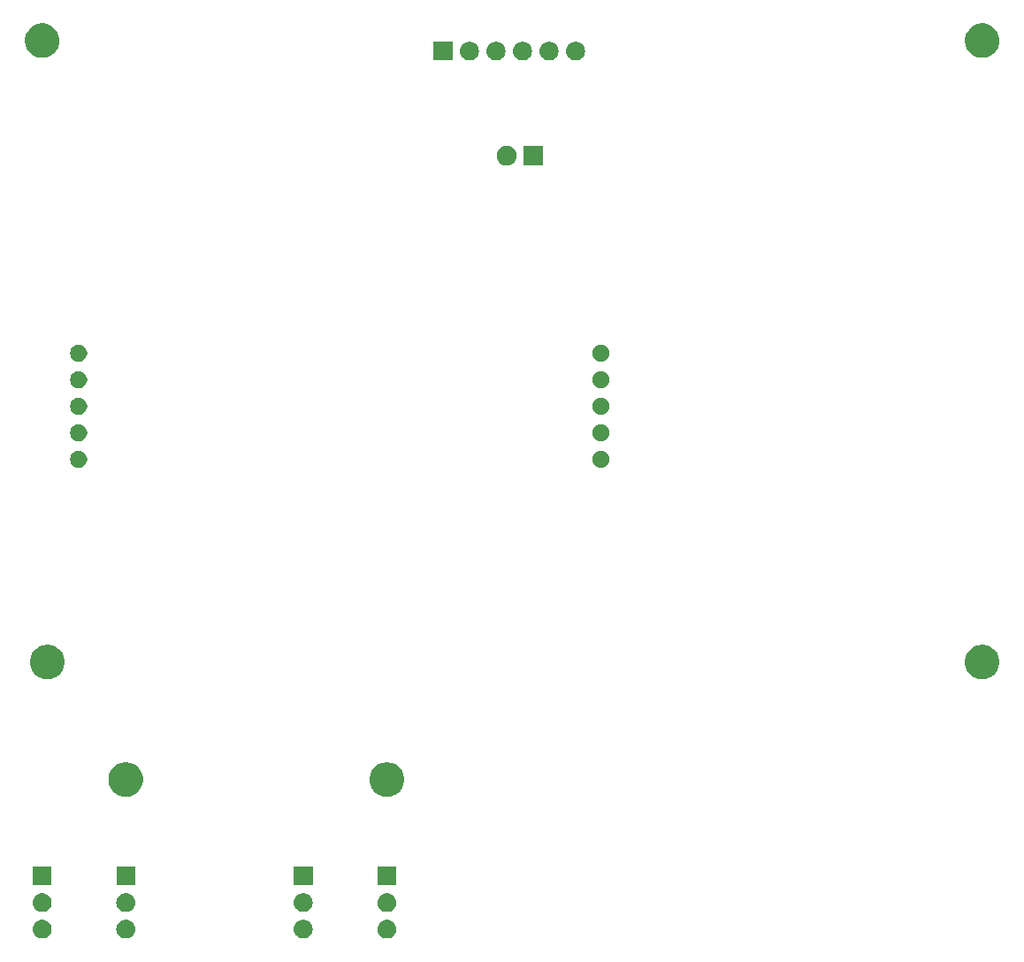
<source format=gts>
G04 #@! TF.GenerationSoftware,KiCad,Pcbnew,(5.0.2)-1*
G04 #@! TF.CreationDate,2021-07-10T13:52:13-04:00*
G04 #@! TF.ProjectId,breakout,62726561-6b6f-4757-942e-6b696361645f,rev?*
G04 #@! TF.SameCoordinates,Original*
G04 #@! TF.FileFunction,Soldermask,Top*
G04 #@! TF.FilePolarity,Negative*
%FSLAX46Y46*%
G04 Gerber Fmt 4.6, Leading zero omitted, Abs format (unit mm)*
G04 Created by KiCad (PCBNEW (5.0.2)-1) date 10-Jul-21 1:52:13 PM*
%MOMM*%
%LPD*%
G01*
G04 APERTURE LIST*
%ADD10C,0.100000*%
G04 APERTURE END LIST*
D10*
G36*
X133110443Y-124185519D02*
X133176627Y-124192037D01*
X133289853Y-124226384D01*
X133346467Y-124243557D01*
X133485087Y-124317652D01*
X133502991Y-124327222D01*
X133538729Y-124356552D01*
X133640186Y-124439814D01*
X133723448Y-124541271D01*
X133752778Y-124577009D01*
X133752779Y-124577011D01*
X133836443Y-124733533D01*
X133836443Y-124733534D01*
X133887963Y-124903373D01*
X133905359Y-125080000D01*
X133887963Y-125256627D01*
X133853616Y-125369853D01*
X133836443Y-125426467D01*
X133762348Y-125565087D01*
X133752778Y-125582991D01*
X133723448Y-125618729D01*
X133640186Y-125720186D01*
X133538729Y-125803448D01*
X133502991Y-125832778D01*
X133502989Y-125832779D01*
X133346467Y-125916443D01*
X133289853Y-125933616D01*
X133176627Y-125967963D01*
X133110443Y-125974481D01*
X133044260Y-125981000D01*
X132955740Y-125981000D01*
X132889557Y-125974481D01*
X132823373Y-125967963D01*
X132710147Y-125933616D01*
X132653533Y-125916443D01*
X132497011Y-125832779D01*
X132497009Y-125832778D01*
X132461271Y-125803448D01*
X132359814Y-125720186D01*
X132276552Y-125618729D01*
X132247222Y-125582991D01*
X132237652Y-125565087D01*
X132163557Y-125426467D01*
X132146384Y-125369853D01*
X132112037Y-125256627D01*
X132094641Y-125080000D01*
X132112037Y-124903373D01*
X132163557Y-124733534D01*
X132163557Y-124733533D01*
X132247221Y-124577011D01*
X132247222Y-124577009D01*
X132276552Y-124541271D01*
X132359814Y-124439814D01*
X132461271Y-124356552D01*
X132497009Y-124327222D01*
X132514913Y-124317652D01*
X132653533Y-124243557D01*
X132710147Y-124226384D01*
X132823373Y-124192037D01*
X132889557Y-124185519D01*
X132955740Y-124179000D01*
X133044260Y-124179000D01*
X133110443Y-124185519D01*
X133110443Y-124185519D01*
G37*
G36*
X125110443Y-124185519D02*
X125176627Y-124192037D01*
X125289853Y-124226384D01*
X125346467Y-124243557D01*
X125485087Y-124317652D01*
X125502991Y-124327222D01*
X125538729Y-124356552D01*
X125640186Y-124439814D01*
X125723448Y-124541271D01*
X125752778Y-124577009D01*
X125752779Y-124577011D01*
X125836443Y-124733533D01*
X125836443Y-124733534D01*
X125887963Y-124903373D01*
X125905359Y-125080000D01*
X125887963Y-125256627D01*
X125853616Y-125369853D01*
X125836443Y-125426467D01*
X125762348Y-125565087D01*
X125752778Y-125582991D01*
X125723448Y-125618729D01*
X125640186Y-125720186D01*
X125538729Y-125803448D01*
X125502991Y-125832778D01*
X125502989Y-125832779D01*
X125346467Y-125916443D01*
X125289853Y-125933616D01*
X125176627Y-125967963D01*
X125110443Y-125974481D01*
X125044260Y-125981000D01*
X124955740Y-125981000D01*
X124889557Y-125974481D01*
X124823373Y-125967963D01*
X124710147Y-125933616D01*
X124653533Y-125916443D01*
X124497011Y-125832779D01*
X124497009Y-125832778D01*
X124461271Y-125803448D01*
X124359814Y-125720186D01*
X124276552Y-125618729D01*
X124247222Y-125582991D01*
X124237652Y-125565087D01*
X124163557Y-125426467D01*
X124146384Y-125369853D01*
X124112037Y-125256627D01*
X124094641Y-125080000D01*
X124112037Y-124903373D01*
X124163557Y-124733534D01*
X124163557Y-124733533D01*
X124247221Y-124577011D01*
X124247222Y-124577009D01*
X124276552Y-124541271D01*
X124359814Y-124439814D01*
X124461271Y-124356552D01*
X124497009Y-124327222D01*
X124514913Y-124317652D01*
X124653533Y-124243557D01*
X124710147Y-124226384D01*
X124823373Y-124192037D01*
X124889557Y-124185519D01*
X124955740Y-124179000D01*
X125044260Y-124179000D01*
X125110443Y-124185519D01*
X125110443Y-124185519D01*
G37*
G36*
X100110443Y-124185519D02*
X100176627Y-124192037D01*
X100289853Y-124226384D01*
X100346467Y-124243557D01*
X100485087Y-124317652D01*
X100502991Y-124327222D01*
X100538729Y-124356552D01*
X100640186Y-124439814D01*
X100723448Y-124541271D01*
X100752778Y-124577009D01*
X100752779Y-124577011D01*
X100836443Y-124733533D01*
X100836443Y-124733534D01*
X100887963Y-124903373D01*
X100905359Y-125080000D01*
X100887963Y-125256627D01*
X100853616Y-125369853D01*
X100836443Y-125426467D01*
X100762348Y-125565087D01*
X100752778Y-125582991D01*
X100723448Y-125618729D01*
X100640186Y-125720186D01*
X100538729Y-125803448D01*
X100502991Y-125832778D01*
X100502989Y-125832779D01*
X100346467Y-125916443D01*
X100289853Y-125933616D01*
X100176627Y-125967963D01*
X100110443Y-125974481D01*
X100044260Y-125981000D01*
X99955740Y-125981000D01*
X99889557Y-125974481D01*
X99823373Y-125967963D01*
X99710147Y-125933616D01*
X99653533Y-125916443D01*
X99497011Y-125832779D01*
X99497009Y-125832778D01*
X99461271Y-125803448D01*
X99359814Y-125720186D01*
X99276552Y-125618729D01*
X99247222Y-125582991D01*
X99237652Y-125565087D01*
X99163557Y-125426467D01*
X99146384Y-125369853D01*
X99112037Y-125256627D01*
X99094641Y-125080000D01*
X99112037Y-124903373D01*
X99163557Y-124733534D01*
X99163557Y-124733533D01*
X99247221Y-124577011D01*
X99247222Y-124577009D01*
X99276552Y-124541271D01*
X99359814Y-124439814D01*
X99461271Y-124356552D01*
X99497009Y-124327222D01*
X99514913Y-124317652D01*
X99653533Y-124243557D01*
X99710147Y-124226384D01*
X99823373Y-124192037D01*
X99889557Y-124185519D01*
X99955740Y-124179000D01*
X100044260Y-124179000D01*
X100110443Y-124185519D01*
X100110443Y-124185519D01*
G37*
G36*
X108110443Y-124185519D02*
X108176627Y-124192037D01*
X108289853Y-124226384D01*
X108346467Y-124243557D01*
X108485087Y-124317652D01*
X108502991Y-124327222D01*
X108538729Y-124356552D01*
X108640186Y-124439814D01*
X108723448Y-124541271D01*
X108752778Y-124577009D01*
X108752779Y-124577011D01*
X108836443Y-124733533D01*
X108836443Y-124733534D01*
X108887963Y-124903373D01*
X108905359Y-125080000D01*
X108887963Y-125256627D01*
X108853616Y-125369853D01*
X108836443Y-125426467D01*
X108762348Y-125565087D01*
X108752778Y-125582991D01*
X108723448Y-125618729D01*
X108640186Y-125720186D01*
X108538729Y-125803448D01*
X108502991Y-125832778D01*
X108502989Y-125832779D01*
X108346467Y-125916443D01*
X108289853Y-125933616D01*
X108176627Y-125967963D01*
X108110443Y-125974481D01*
X108044260Y-125981000D01*
X107955740Y-125981000D01*
X107889557Y-125974481D01*
X107823373Y-125967963D01*
X107710147Y-125933616D01*
X107653533Y-125916443D01*
X107497011Y-125832779D01*
X107497009Y-125832778D01*
X107461271Y-125803448D01*
X107359814Y-125720186D01*
X107276552Y-125618729D01*
X107247222Y-125582991D01*
X107237652Y-125565087D01*
X107163557Y-125426467D01*
X107146384Y-125369853D01*
X107112037Y-125256627D01*
X107094641Y-125080000D01*
X107112037Y-124903373D01*
X107163557Y-124733534D01*
X107163557Y-124733533D01*
X107247221Y-124577011D01*
X107247222Y-124577009D01*
X107276552Y-124541271D01*
X107359814Y-124439814D01*
X107461271Y-124356552D01*
X107497009Y-124327222D01*
X107514913Y-124317652D01*
X107653533Y-124243557D01*
X107710147Y-124226384D01*
X107823373Y-124192037D01*
X107889557Y-124185519D01*
X107955740Y-124179000D01*
X108044260Y-124179000D01*
X108110443Y-124185519D01*
X108110443Y-124185519D01*
G37*
G36*
X100110442Y-121645518D02*
X100176627Y-121652037D01*
X100289853Y-121686384D01*
X100346467Y-121703557D01*
X100485087Y-121777652D01*
X100502991Y-121787222D01*
X100538729Y-121816552D01*
X100640186Y-121899814D01*
X100723448Y-122001271D01*
X100752778Y-122037009D01*
X100752779Y-122037011D01*
X100836443Y-122193533D01*
X100836443Y-122193534D01*
X100887963Y-122363373D01*
X100905359Y-122540000D01*
X100887963Y-122716627D01*
X100853616Y-122829853D01*
X100836443Y-122886467D01*
X100762348Y-123025087D01*
X100752778Y-123042991D01*
X100723448Y-123078729D01*
X100640186Y-123180186D01*
X100538729Y-123263448D01*
X100502991Y-123292778D01*
X100502989Y-123292779D01*
X100346467Y-123376443D01*
X100289853Y-123393616D01*
X100176627Y-123427963D01*
X100110442Y-123434482D01*
X100044260Y-123441000D01*
X99955740Y-123441000D01*
X99889558Y-123434482D01*
X99823373Y-123427963D01*
X99710147Y-123393616D01*
X99653533Y-123376443D01*
X99497011Y-123292779D01*
X99497009Y-123292778D01*
X99461271Y-123263448D01*
X99359814Y-123180186D01*
X99276552Y-123078729D01*
X99247222Y-123042991D01*
X99237652Y-123025087D01*
X99163557Y-122886467D01*
X99146384Y-122829853D01*
X99112037Y-122716627D01*
X99094641Y-122540000D01*
X99112037Y-122363373D01*
X99163557Y-122193534D01*
X99163557Y-122193533D01*
X99247221Y-122037011D01*
X99247222Y-122037009D01*
X99276552Y-122001271D01*
X99359814Y-121899814D01*
X99461271Y-121816552D01*
X99497009Y-121787222D01*
X99514913Y-121777652D01*
X99653533Y-121703557D01*
X99710147Y-121686384D01*
X99823373Y-121652037D01*
X99889558Y-121645518D01*
X99955740Y-121639000D01*
X100044260Y-121639000D01*
X100110442Y-121645518D01*
X100110442Y-121645518D01*
G37*
G36*
X125110442Y-121645518D02*
X125176627Y-121652037D01*
X125289853Y-121686384D01*
X125346467Y-121703557D01*
X125485087Y-121777652D01*
X125502991Y-121787222D01*
X125538729Y-121816552D01*
X125640186Y-121899814D01*
X125723448Y-122001271D01*
X125752778Y-122037009D01*
X125752779Y-122037011D01*
X125836443Y-122193533D01*
X125836443Y-122193534D01*
X125887963Y-122363373D01*
X125905359Y-122540000D01*
X125887963Y-122716627D01*
X125853616Y-122829853D01*
X125836443Y-122886467D01*
X125762348Y-123025087D01*
X125752778Y-123042991D01*
X125723448Y-123078729D01*
X125640186Y-123180186D01*
X125538729Y-123263448D01*
X125502991Y-123292778D01*
X125502989Y-123292779D01*
X125346467Y-123376443D01*
X125289853Y-123393616D01*
X125176627Y-123427963D01*
X125110442Y-123434482D01*
X125044260Y-123441000D01*
X124955740Y-123441000D01*
X124889558Y-123434482D01*
X124823373Y-123427963D01*
X124710147Y-123393616D01*
X124653533Y-123376443D01*
X124497011Y-123292779D01*
X124497009Y-123292778D01*
X124461271Y-123263448D01*
X124359814Y-123180186D01*
X124276552Y-123078729D01*
X124247222Y-123042991D01*
X124237652Y-123025087D01*
X124163557Y-122886467D01*
X124146384Y-122829853D01*
X124112037Y-122716627D01*
X124094641Y-122540000D01*
X124112037Y-122363373D01*
X124163557Y-122193534D01*
X124163557Y-122193533D01*
X124247221Y-122037011D01*
X124247222Y-122037009D01*
X124276552Y-122001271D01*
X124359814Y-121899814D01*
X124461271Y-121816552D01*
X124497009Y-121787222D01*
X124514913Y-121777652D01*
X124653533Y-121703557D01*
X124710147Y-121686384D01*
X124823373Y-121652037D01*
X124889558Y-121645518D01*
X124955740Y-121639000D01*
X125044260Y-121639000D01*
X125110442Y-121645518D01*
X125110442Y-121645518D01*
G37*
G36*
X133110442Y-121645518D02*
X133176627Y-121652037D01*
X133289853Y-121686384D01*
X133346467Y-121703557D01*
X133485087Y-121777652D01*
X133502991Y-121787222D01*
X133538729Y-121816552D01*
X133640186Y-121899814D01*
X133723448Y-122001271D01*
X133752778Y-122037009D01*
X133752779Y-122037011D01*
X133836443Y-122193533D01*
X133836443Y-122193534D01*
X133887963Y-122363373D01*
X133905359Y-122540000D01*
X133887963Y-122716627D01*
X133853616Y-122829853D01*
X133836443Y-122886467D01*
X133762348Y-123025087D01*
X133752778Y-123042991D01*
X133723448Y-123078729D01*
X133640186Y-123180186D01*
X133538729Y-123263448D01*
X133502991Y-123292778D01*
X133502989Y-123292779D01*
X133346467Y-123376443D01*
X133289853Y-123393616D01*
X133176627Y-123427963D01*
X133110442Y-123434482D01*
X133044260Y-123441000D01*
X132955740Y-123441000D01*
X132889558Y-123434482D01*
X132823373Y-123427963D01*
X132710147Y-123393616D01*
X132653533Y-123376443D01*
X132497011Y-123292779D01*
X132497009Y-123292778D01*
X132461271Y-123263448D01*
X132359814Y-123180186D01*
X132276552Y-123078729D01*
X132247222Y-123042991D01*
X132237652Y-123025087D01*
X132163557Y-122886467D01*
X132146384Y-122829853D01*
X132112037Y-122716627D01*
X132094641Y-122540000D01*
X132112037Y-122363373D01*
X132163557Y-122193534D01*
X132163557Y-122193533D01*
X132247221Y-122037011D01*
X132247222Y-122037009D01*
X132276552Y-122001271D01*
X132359814Y-121899814D01*
X132461271Y-121816552D01*
X132497009Y-121787222D01*
X132514913Y-121777652D01*
X132653533Y-121703557D01*
X132710147Y-121686384D01*
X132823373Y-121652037D01*
X132889558Y-121645518D01*
X132955740Y-121639000D01*
X133044260Y-121639000D01*
X133110442Y-121645518D01*
X133110442Y-121645518D01*
G37*
G36*
X108110442Y-121645518D02*
X108176627Y-121652037D01*
X108289853Y-121686384D01*
X108346467Y-121703557D01*
X108485087Y-121777652D01*
X108502991Y-121787222D01*
X108538729Y-121816552D01*
X108640186Y-121899814D01*
X108723448Y-122001271D01*
X108752778Y-122037009D01*
X108752779Y-122037011D01*
X108836443Y-122193533D01*
X108836443Y-122193534D01*
X108887963Y-122363373D01*
X108905359Y-122540000D01*
X108887963Y-122716627D01*
X108853616Y-122829853D01*
X108836443Y-122886467D01*
X108762348Y-123025087D01*
X108752778Y-123042991D01*
X108723448Y-123078729D01*
X108640186Y-123180186D01*
X108538729Y-123263448D01*
X108502991Y-123292778D01*
X108502989Y-123292779D01*
X108346467Y-123376443D01*
X108289853Y-123393616D01*
X108176627Y-123427963D01*
X108110442Y-123434482D01*
X108044260Y-123441000D01*
X107955740Y-123441000D01*
X107889558Y-123434482D01*
X107823373Y-123427963D01*
X107710147Y-123393616D01*
X107653533Y-123376443D01*
X107497011Y-123292779D01*
X107497009Y-123292778D01*
X107461271Y-123263448D01*
X107359814Y-123180186D01*
X107276552Y-123078729D01*
X107247222Y-123042991D01*
X107237652Y-123025087D01*
X107163557Y-122886467D01*
X107146384Y-122829853D01*
X107112037Y-122716627D01*
X107094641Y-122540000D01*
X107112037Y-122363373D01*
X107163557Y-122193534D01*
X107163557Y-122193533D01*
X107247221Y-122037011D01*
X107247222Y-122037009D01*
X107276552Y-122001271D01*
X107359814Y-121899814D01*
X107461271Y-121816552D01*
X107497009Y-121787222D01*
X107514913Y-121777652D01*
X107653533Y-121703557D01*
X107710147Y-121686384D01*
X107823373Y-121652037D01*
X107889558Y-121645518D01*
X107955740Y-121639000D01*
X108044260Y-121639000D01*
X108110442Y-121645518D01*
X108110442Y-121645518D01*
G37*
G36*
X100901000Y-120901000D02*
X99099000Y-120901000D01*
X99099000Y-119099000D01*
X100901000Y-119099000D01*
X100901000Y-120901000D01*
X100901000Y-120901000D01*
G37*
G36*
X108901000Y-120901000D02*
X107099000Y-120901000D01*
X107099000Y-119099000D01*
X108901000Y-119099000D01*
X108901000Y-120901000D01*
X108901000Y-120901000D01*
G37*
G36*
X133901000Y-120901000D02*
X132099000Y-120901000D01*
X132099000Y-119099000D01*
X133901000Y-119099000D01*
X133901000Y-120901000D01*
X133901000Y-120901000D01*
G37*
G36*
X125901000Y-120901000D02*
X124099000Y-120901000D01*
X124099000Y-119099000D01*
X125901000Y-119099000D01*
X125901000Y-120901000D01*
X125901000Y-120901000D01*
G37*
G36*
X108375256Y-109141298D02*
X108481579Y-109162447D01*
X108782042Y-109286903D01*
X109048852Y-109465180D01*
X109052454Y-109467587D01*
X109282413Y-109697546D01*
X109463098Y-109967960D01*
X109587553Y-110268422D01*
X109651000Y-110587389D01*
X109651000Y-110912611D01*
X109587553Y-111231578D01*
X109463098Y-111532040D01*
X109282413Y-111802454D01*
X109052454Y-112032413D01*
X109052451Y-112032415D01*
X108782042Y-112213097D01*
X108481579Y-112337553D01*
X108375256Y-112358702D01*
X108162611Y-112401000D01*
X107837389Y-112401000D01*
X107624744Y-112358702D01*
X107518421Y-112337553D01*
X107217958Y-112213097D01*
X106947549Y-112032415D01*
X106947546Y-112032413D01*
X106717587Y-111802454D01*
X106536902Y-111532040D01*
X106412447Y-111231578D01*
X106349000Y-110912611D01*
X106349000Y-110587389D01*
X106412447Y-110268422D01*
X106536902Y-109967960D01*
X106717587Y-109697546D01*
X106947546Y-109467587D01*
X106951148Y-109465180D01*
X107217958Y-109286903D01*
X107518421Y-109162447D01*
X107624744Y-109141298D01*
X107837389Y-109099000D01*
X108162611Y-109099000D01*
X108375256Y-109141298D01*
X108375256Y-109141298D01*
G37*
G36*
X133375256Y-109141298D02*
X133481579Y-109162447D01*
X133782042Y-109286903D01*
X134048852Y-109465180D01*
X134052454Y-109467587D01*
X134282413Y-109697546D01*
X134463098Y-109967960D01*
X134587553Y-110268422D01*
X134651000Y-110587389D01*
X134651000Y-110912611D01*
X134587553Y-111231578D01*
X134463098Y-111532040D01*
X134282413Y-111802454D01*
X134052454Y-112032413D01*
X134052451Y-112032415D01*
X133782042Y-112213097D01*
X133481579Y-112337553D01*
X133375256Y-112358702D01*
X133162611Y-112401000D01*
X132837389Y-112401000D01*
X132624744Y-112358702D01*
X132518421Y-112337553D01*
X132217958Y-112213097D01*
X131947549Y-112032415D01*
X131947546Y-112032413D01*
X131717587Y-111802454D01*
X131536902Y-111532040D01*
X131412447Y-111231578D01*
X131349000Y-110912611D01*
X131349000Y-110587389D01*
X131412447Y-110268422D01*
X131536902Y-109967960D01*
X131717587Y-109697546D01*
X131947546Y-109467587D01*
X131951148Y-109465180D01*
X132217958Y-109286903D01*
X132518421Y-109162447D01*
X132624744Y-109141298D01*
X132837389Y-109099000D01*
X133162611Y-109099000D01*
X133375256Y-109141298D01*
X133375256Y-109141298D01*
G37*
G36*
X190375256Y-97891298D02*
X190481579Y-97912447D01*
X190782042Y-98036903D01*
X191048852Y-98215180D01*
X191052454Y-98217587D01*
X191282413Y-98447546D01*
X191463098Y-98717960D01*
X191587553Y-99018422D01*
X191651000Y-99337389D01*
X191651000Y-99662611D01*
X191587553Y-99981578D01*
X191463098Y-100282040D01*
X191282413Y-100552454D01*
X191052454Y-100782413D01*
X191052451Y-100782415D01*
X190782042Y-100963097D01*
X190481579Y-101087553D01*
X190375256Y-101108702D01*
X190162611Y-101151000D01*
X189837389Y-101151000D01*
X189624744Y-101108702D01*
X189518421Y-101087553D01*
X189217958Y-100963097D01*
X188947549Y-100782415D01*
X188947546Y-100782413D01*
X188717587Y-100552454D01*
X188536902Y-100282040D01*
X188412447Y-99981578D01*
X188349000Y-99662611D01*
X188349000Y-99337389D01*
X188412447Y-99018422D01*
X188536902Y-98717960D01*
X188717587Y-98447546D01*
X188947546Y-98217587D01*
X188951148Y-98215180D01*
X189217958Y-98036903D01*
X189518421Y-97912447D01*
X189624744Y-97891298D01*
X189837389Y-97849000D01*
X190162611Y-97849000D01*
X190375256Y-97891298D01*
X190375256Y-97891298D01*
G37*
G36*
X100875256Y-97891298D02*
X100981579Y-97912447D01*
X101282042Y-98036903D01*
X101548852Y-98215180D01*
X101552454Y-98217587D01*
X101782413Y-98447546D01*
X101963098Y-98717960D01*
X102087553Y-99018422D01*
X102151000Y-99337389D01*
X102151000Y-99662611D01*
X102087553Y-99981578D01*
X101963098Y-100282040D01*
X101782413Y-100552454D01*
X101552454Y-100782413D01*
X101552451Y-100782415D01*
X101282042Y-100963097D01*
X100981579Y-101087553D01*
X100875256Y-101108702D01*
X100662611Y-101151000D01*
X100337389Y-101151000D01*
X100124744Y-101108702D01*
X100018421Y-101087553D01*
X99717958Y-100963097D01*
X99447549Y-100782415D01*
X99447546Y-100782413D01*
X99217587Y-100552454D01*
X99036902Y-100282040D01*
X98912447Y-99981578D01*
X98849000Y-99662611D01*
X98849000Y-99337389D01*
X98912447Y-99018422D01*
X99036902Y-98717960D01*
X99217587Y-98447546D01*
X99447546Y-98217587D01*
X99451148Y-98215180D01*
X99717958Y-98036903D01*
X100018421Y-97912447D01*
X100124744Y-97891298D01*
X100337389Y-97849000D01*
X100662611Y-97849000D01*
X100875256Y-97891298D01*
X100875256Y-97891298D01*
G37*
G36*
X153727142Y-79298242D02*
X153875102Y-79359530D01*
X154008258Y-79448502D01*
X154121498Y-79561742D01*
X154210470Y-79694898D01*
X154271758Y-79842858D01*
X154303000Y-79999925D01*
X154303000Y-80160075D01*
X154271758Y-80317142D01*
X154210470Y-80465102D01*
X154121498Y-80598258D01*
X154008258Y-80711498D01*
X153875102Y-80800470D01*
X153727142Y-80861758D01*
X153570075Y-80893000D01*
X153409925Y-80893000D01*
X153252858Y-80861758D01*
X153104898Y-80800470D01*
X152971742Y-80711498D01*
X152858502Y-80598258D01*
X152769530Y-80465102D01*
X152708242Y-80317142D01*
X152677000Y-80160075D01*
X152677000Y-79999925D01*
X152708242Y-79842858D01*
X152769530Y-79694898D01*
X152858502Y-79561742D01*
X152971742Y-79448502D01*
X153104898Y-79359530D01*
X153252858Y-79298242D01*
X153409925Y-79267000D01*
X153570075Y-79267000D01*
X153727142Y-79298242D01*
X153727142Y-79298242D01*
G37*
G36*
X103727142Y-79298242D02*
X103875102Y-79359530D01*
X104008258Y-79448502D01*
X104121498Y-79561742D01*
X104210470Y-79694898D01*
X104271758Y-79842858D01*
X104303000Y-79999925D01*
X104303000Y-80160075D01*
X104271758Y-80317142D01*
X104210470Y-80465102D01*
X104121498Y-80598258D01*
X104008258Y-80711498D01*
X103875102Y-80800470D01*
X103727142Y-80861758D01*
X103570075Y-80893000D01*
X103409925Y-80893000D01*
X103252858Y-80861758D01*
X103104898Y-80800470D01*
X102971742Y-80711498D01*
X102858502Y-80598258D01*
X102769530Y-80465102D01*
X102708242Y-80317142D01*
X102677000Y-80160075D01*
X102677000Y-79999925D01*
X102708242Y-79842858D01*
X102769530Y-79694898D01*
X102858502Y-79561742D01*
X102971742Y-79448502D01*
X103104898Y-79359530D01*
X103252858Y-79298242D01*
X103409925Y-79267000D01*
X103570075Y-79267000D01*
X103727142Y-79298242D01*
X103727142Y-79298242D01*
G37*
G36*
X153727142Y-76758242D02*
X153875102Y-76819530D01*
X154008258Y-76908502D01*
X154121498Y-77021742D01*
X154210470Y-77154898D01*
X154271758Y-77302858D01*
X154303000Y-77459925D01*
X154303000Y-77620075D01*
X154271758Y-77777142D01*
X154210470Y-77925102D01*
X154121498Y-78058258D01*
X154008258Y-78171498D01*
X153875102Y-78260470D01*
X153727142Y-78321758D01*
X153570075Y-78353000D01*
X153409925Y-78353000D01*
X153252858Y-78321758D01*
X153104898Y-78260470D01*
X152971742Y-78171498D01*
X152858502Y-78058258D01*
X152769530Y-77925102D01*
X152708242Y-77777142D01*
X152677000Y-77620075D01*
X152677000Y-77459925D01*
X152708242Y-77302858D01*
X152769530Y-77154898D01*
X152858502Y-77021742D01*
X152971742Y-76908502D01*
X153104898Y-76819530D01*
X153252858Y-76758242D01*
X153409925Y-76727000D01*
X153570075Y-76727000D01*
X153727142Y-76758242D01*
X153727142Y-76758242D01*
G37*
G36*
X103727142Y-76758242D02*
X103875102Y-76819530D01*
X104008258Y-76908502D01*
X104121498Y-77021742D01*
X104210470Y-77154898D01*
X104271758Y-77302858D01*
X104303000Y-77459925D01*
X104303000Y-77620075D01*
X104271758Y-77777142D01*
X104210470Y-77925102D01*
X104121498Y-78058258D01*
X104008258Y-78171498D01*
X103875102Y-78260470D01*
X103727142Y-78321758D01*
X103570075Y-78353000D01*
X103409925Y-78353000D01*
X103252858Y-78321758D01*
X103104898Y-78260470D01*
X102971742Y-78171498D01*
X102858502Y-78058258D01*
X102769530Y-77925102D01*
X102708242Y-77777142D01*
X102677000Y-77620075D01*
X102677000Y-77459925D01*
X102708242Y-77302858D01*
X102769530Y-77154898D01*
X102858502Y-77021742D01*
X102971742Y-76908502D01*
X103104898Y-76819530D01*
X103252858Y-76758242D01*
X103409925Y-76727000D01*
X103570075Y-76727000D01*
X103727142Y-76758242D01*
X103727142Y-76758242D01*
G37*
G36*
X103727142Y-74218242D02*
X103875102Y-74279530D01*
X104008258Y-74368502D01*
X104121498Y-74481742D01*
X104210470Y-74614898D01*
X104271758Y-74762858D01*
X104303000Y-74919925D01*
X104303000Y-75080075D01*
X104271758Y-75237142D01*
X104210470Y-75385102D01*
X104121498Y-75518258D01*
X104008258Y-75631498D01*
X103875102Y-75720470D01*
X103727142Y-75781758D01*
X103570075Y-75813000D01*
X103409925Y-75813000D01*
X103252858Y-75781758D01*
X103104898Y-75720470D01*
X102971742Y-75631498D01*
X102858502Y-75518258D01*
X102769530Y-75385102D01*
X102708242Y-75237142D01*
X102677000Y-75080075D01*
X102677000Y-74919925D01*
X102708242Y-74762858D01*
X102769530Y-74614898D01*
X102858502Y-74481742D01*
X102971742Y-74368502D01*
X103104898Y-74279530D01*
X103252858Y-74218242D01*
X103409925Y-74187000D01*
X103570075Y-74187000D01*
X103727142Y-74218242D01*
X103727142Y-74218242D01*
G37*
G36*
X153727142Y-74218242D02*
X153875102Y-74279530D01*
X154008258Y-74368502D01*
X154121498Y-74481742D01*
X154210470Y-74614898D01*
X154271758Y-74762858D01*
X154303000Y-74919925D01*
X154303000Y-75080075D01*
X154271758Y-75237142D01*
X154210470Y-75385102D01*
X154121498Y-75518258D01*
X154008258Y-75631498D01*
X153875102Y-75720470D01*
X153727142Y-75781758D01*
X153570075Y-75813000D01*
X153409925Y-75813000D01*
X153252858Y-75781758D01*
X153104898Y-75720470D01*
X152971742Y-75631498D01*
X152858502Y-75518258D01*
X152769530Y-75385102D01*
X152708242Y-75237142D01*
X152677000Y-75080075D01*
X152677000Y-74919925D01*
X152708242Y-74762858D01*
X152769530Y-74614898D01*
X152858502Y-74481742D01*
X152971742Y-74368502D01*
X153104898Y-74279530D01*
X153252858Y-74218242D01*
X153409925Y-74187000D01*
X153570075Y-74187000D01*
X153727142Y-74218242D01*
X153727142Y-74218242D01*
G37*
G36*
X153727142Y-71678242D02*
X153875102Y-71739530D01*
X154008258Y-71828502D01*
X154121498Y-71941742D01*
X154210470Y-72074898D01*
X154271758Y-72222858D01*
X154303000Y-72379925D01*
X154303000Y-72540075D01*
X154271758Y-72697142D01*
X154210470Y-72845102D01*
X154121498Y-72978258D01*
X154008258Y-73091498D01*
X153875102Y-73180470D01*
X153727142Y-73241758D01*
X153570075Y-73273000D01*
X153409925Y-73273000D01*
X153252858Y-73241758D01*
X153104898Y-73180470D01*
X152971742Y-73091498D01*
X152858502Y-72978258D01*
X152769530Y-72845102D01*
X152708242Y-72697142D01*
X152677000Y-72540075D01*
X152677000Y-72379925D01*
X152708242Y-72222858D01*
X152769530Y-72074898D01*
X152858502Y-71941742D01*
X152971742Y-71828502D01*
X153104898Y-71739530D01*
X153252858Y-71678242D01*
X153409925Y-71647000D01*
X153570075Y-71647000D01*
X153727142Y-71678242D01*
X153727142Y-71678242D01*
G37*
G36*
X103727142Y-71678242D02*
X103875102Y-71739530D01*
X104008258Y-71828502D01*
X104121498Y-71941742D01*
X104210470Y-72074898D01*
X104271758Y-72222858D01*
X104303000Y-72379925D01*
X104303000Y-72540075D01*
X104271758Y-72697142D01*
X104210470Y-72845102D01*
X104121498Y-72978258D01*
X104008258Y-73091498D01*
X103875102Y-73180470D01*
X103727142Y-73241758D01*
X103570075Y-73273000D01*
X103409925Y-73273000D01*
X103252858Y-73241758D01*
X103104898Y-73180470D01*
X102971742Y-73091498D01*
X102858502Y-72978258D01*
X102769530Y-72845102D01*
X102708242Y-72697142D01*
X102677000Y-72540075D01*
X102677000Y-72379925D01*
X102708242Y-72222858D01*
X102769530Y-72074898D01*
X102858502Y-71941742D01*
X102971742Y-71828502D01*
X103104898Y-71739530D01*
X103252858Y-71678242D01*
X103409925Y-71647000D01*
X103570075Y-71647000D01*
X103727142Y-71678242D01*
X103727142Y-71678242D01*
G37*
G36*
X103727142Y-69138242D02*
X103875102Y-69199530D01*
X104008258Y-69288502D01*
X104121498Y-69401742D01*
X104210470Y-69534898D01*
X104271758Y-69682858D01*
X104303000Y-69839925D01*
X104303000Y-70000075D01*
X104271758Y-70157142D01*
X104210470Y-70305102D01*
X104121498Y-70438258D01*
X104008258Y-70551498D01*
X103875102Y-70640470D01*
X103727142Y-70701758D01*
X103570075Y-70733000D01*
X103409925Y-70733000D01*
X103252858Y-70701758D01*
X103104898Y-70640470D01*
X102971742Y-70551498D01*
X102858502Y-70438258D01*
X102769530Y-70305102D01*
X102708242Y-70157142D01*
X102677000Y-70000075D01*
X102677000Y-69839925D01*
X102708242Y-69682858D01*
X102769530Y-69534898D01*
X102858502Y-69401742D01*
X102971742Y-69288502D01*
X103104898Y-69199530D01*
X103252858Y-69138242D01*
X103409925Y-69107000D01*
X103570075Y-69107000D01*
X103727142Y-69138242D01*
X103727142Y-69138242D01*
G37*
G36*
X153727142Y-69138242D02*
X153875102Y-69199530D01*
X154008258Y-69288502D01*
X154121498Y-69401742D01*
X154210470Y-69534898D01*
X154271758Y-69682858D01*
X154303000Y-69839925D01*
X154303000Y-70000075D01*
X154271758Y-70157142D01*
X154210470Y-70305102D01*
X154121498Y-70438258D01*
X154008258Y-70551498D01*
X153875102Y-70640470D01*
X153727142Y-70701758D01*
X153570075Y-70733000D01*
X153409925Y-70733000D01*
X153252858Y-70701758D01*
X153104898Y-70640470D01*
X152971742Y-70551498D01*
X152858502Y-70438258D01*
X152769530Y-70305102D01*
X152708242Y-70157142D01*
X152677000Y-70000075D01*
X152677000Y-69839925D01*
X152708242Y-69682858D01*
X152769530Y-69534898D01*
X152858502Y-69401742D01*
X152971742Y-69288502D01*
X153104898Y-69199530D01*
X153252858Y-69138242D01*
X153409925Y-69107000D01*
X153570075Y-69107000D01*
X153727142Y-69138242D01*
X153727142Y-69138242D01*
G37*
G36*
X147951000Y-51951000D02*
X146049000Y-51951000D01*
X146049000Y-50049000D01*
X147951000Y-50049000D01*
X147951000Y-51951000D01*
X147951000Y-51951000D01*
G37*
G36*
X144737396Y-50085546D02*
X144910466Y-50157234D01*
X145066230Y-50261312D01*
X145198688Y-50393770D01*
X145302766Y-50549534D01*
X145374454Y-50722604D01*
X145411000Y-50906333D01*
X145411000Y-51093667D01*
X145374454Y-51277396D01*
X145302766Y-51450466D01*
X145198688Y-51606230D01*
X145066230Y-51738688D01*
X144910466Y-51842766D01*
X144737396Y-51914454D01*
X144553667Y-51951000D01*
X144366333Y-51951000D01*
X144182604Y-51914454D01*
X144009534Y-51842766D01*
X143853770Y-51738688D01*
X143721312Y-51606230D01*
X143617234Y-51450466D01*
X143545546Y-51277396D01*
X143509000Y-51093667D01*
X143509000Y-50906333D01*
X143545546Y-50722604D01*
X143617234Y-50549534D01*
X143721312Y-50393770D01*
X143853770Y-50261312D01*
X144009534Y-50157234D01*
X144182604Y-50085546D01*
X144366333Y-50049000D01*
X144553667Y-50049000D01*
X144737396Y-50085546D01*
X144737396Y-50085546D01*
G37*
G36*
X146110443Y-40105519D02*
X146176627Y-40112037D01*
X146289853Y-40146384D01*
X146346467Y-40163557D01*
X146485087Y-40237652D01*
X146502991Y-40247222D01*
X146538729Y-40276552D01*
X146640186Y-40359814D01*
X146723448Y-40461271D01*
X146752778Y-40497009D01*
X146752779Y-40497011D01*
X146836443Y-40653533D01*
X146836443Y-40653534D01*
X146887963Y-40823373D01*
X146905359Y-41000000D01*
X146887963Y-41176627D01*
X146855873Y-41282413D01*
X146836443Y-41346467D01*
X146762348Y-41485087D01*
X146752778Y-41502991D01*
X146723448Y-41538729D01*
X146640186Y-41640186D01*
X146538729Y-41723448D01*
X146502991Y-41752778D01*
X146502989Y-41752779D01*
X146346467Y-41836443D01*
X146289853Y-41853616D01*
X146176627Y-41887963D01*
X146110443Y-41894481D01*
X146044260Y-41901000D01*
X145955740Y-41901000D01*
X145889557Y-41894481D01*
X145823373Y-41887963D01*
X145710147Y-41853616D01*
X145653533Y-41836443D01*
X145497011Y-41752779D01*
X145497009Y-41752778D01*
X145461271Y-41723448D01*
X145359814Y-41640186D01*
X145276552Y-41538729D01*
X145247222Y-41502991D01*
X145237652Y-41485087D01*
X145163557Y-41346467D01*
X145144127Y-41282413D01*
X145112037Y-41176627D01*
X145094641Y-41000000D01*
X145112037Y-40823373D01*
X145163557Y-40653534D01*
X145163557Y-40653533D01*
X145247221Y-40497011D01*
X145247222Y-40497009D01*
X145276552Y-40461271D01*
X145359814Y-40359814D01*
X145461271Y-40276552D01*
X145497009Y-40247222D01*
X145514913Y-40237652D01*
X145653533Y-40163557D01*
X145710147Y-40146384D01*
X145823373Y-40112037D01*
X145889557Y-40105519D01*
X145955740Y-40099000D01*
X146044260Y-40099000D01*
X146110443Y-40105519D01*
X146110443Y-40105519D01*
G37*
G36*
X148650443Y-40105519D02*
X148716627Y-40112037D01*
X148829853Y-40146384D01*
X148886467Y-40163557D01*
X149025087Y-40237652D01*
X149042991Y-40247222D01*
X149078729Y-40276552D01*
X149180186Y-40359814D01*
X149263448Y-40461271D01*
X149292778Y-40497009D01*
X149292779Y-40497011D01*
X149376443Y-40653533D01*
X149376443Y-40653534D01*
X149427963Y-40823373D01*
X149445359Y-41000000D01*
X149427963Y-41176627D01*
X149395873Y-41282413D01*
X149376443Y-41346467D01*
X149302348Y-41485087D01*
X149292778Y-41502991D01*
X149263448Y-41538729D01*
X149180186Y-41640186D01*
X149078729Y-41723448D01*
X149042991Y-41752778D01*
X149042989Y-41752779D01*
X148886467Y-41836443D01*
X148829853Y-41853616D01*
X148716627Y-41887963D01*
X148650443Y-41894481D01*
X148584260Y-41901000D01*
X148495740Y-41901000D01*
X148429557Y-41894481D01*
X148363373Y-41887963D01*
X148250147Y-41853616D01*
X148193533Y-41836443D01*
X148037011Y-41752779D01*
X148037009Y-41752778D01*
X148001271Y-41723448D01*
X147899814Y-41640186D01*
X147816552Y-41538729D01*
X147787222Y-41502991D01*
X147777652Y-41485087D01*
X147703557Y-41346467D01*
X147684127Y-41282413D01*
X147652037Y-41176627D01*
X147634641Y-41000000D01*
X147652037Y-40823373D01*
X147703557Y-40653534D01*
X147703557Y-40653533D01*
X147787221Y-40497011D01*
X147787222Y-40497009D01*
X147816552Y-40461271D01*
X147899814Y-40359814D01*
X148001271Y-40276552D01*
X148037009Y-40247222D01*
X148054913Y-40237652D01*
X148193533Y-40163557D01*
X148250147Y-40146384D01*
X148363373Y-40112037D01*
X148429557Y-40105519D01*
X148495740Y-40099000D01*
X148584260Y-40099000D01*
X148650443Y-40105519D01*
X148650443Y-40105519D01*
G37*
G36*
X151190443Y-40105519D02*
X151256627Y-40112037D01*
X151369853Y-40146384D01*
X151426467Y-40163557D01*
X151565087Y-40237652D01*
X151582991Y-40247222D01*
X151618729Y-40276552D01*
X151720186Y-40359814D01*
X151803448Y-40461271D01*
X151832778Y-40497009D01*
X151832779Y-40497011D01*
X151916443Y-40653533D01*
X151916443Y-40653534D01*
X151967963Y-40823373D01*
X151985359Y-41000000D01*
X151967963Y-41176627D01*
X151935873Y-41282413D01*
X151916443Y-41346467D01*
X151842348Y-41485087D01*
X151832778Y-41502991D01*
X151803448Y-41538729D01*
X151720186Y-41640186D01*
X151618729Y-41723448D01*
X151582991Y-41752778D01*
X151582989Y-41752779D01*
X151426467Y-41836443D01*
X151369853Y-41853616D01*
X151256627Y-41887963D01*
X151190443Y-41894481D01*
X151124260Y-41901000D01*
X151035740Y-41901000D01*
X150969557Y-41894481D01*
X150903373Y-41887963D01*
X150790147Y-41853616D01*
X150733533Y-41836443D01*
X150577011Y-41752779D01*
X150577009Y-41752778D01*
X150541271Y-41723448D01*
X150439814Y-41640186D01*
X150356552Y-41538729D01*
X150327222Y-41502991D01*
X150317652Y-41485087D01*
X150243557Y-41346467D01*
X150224127Y-41282413D01*
X150192037Y-41176627D01*
X150174641Y-41000000D01*
X150192037Y-40823373D01*
X150243557Y-40653534D01*
X150243557Y-40653533D01*
X150327221Y-40497011D01*
X150327222Y-40497009D01*
X150356552Y-40461271D01*
X150439814Y-40359814D01*
X150541271Y-40276552D01*
X150577009Y-40247222D01*
X150594913Y-40237652D01*
X150733533Y-40163557D01*
X150790147Y-40146384D01*
X150903373Y-40112037D01*
X150969557Y-40105519D01*
X151035740Y-40099000D01*
X151124260Y-40099000D01*
X151190443Y-40105519D01*
X151190443Y-40105519D01*
G37*
G36*
X141030443Y-40105519D02*
X141096627Y-40112037D01*
X141209853Y-40146384D01*
X141266467Y-40163557D01*
X141405087Y-40237652D01*
X141422991Y-40247222D01*
X141458729Y-40276552D01*
X141560186Y-40359814D01*
X141643448Y-40461271D01*
X141672778Y-40497009D01*
X141672779Y-40497011D01*
X141756443Y-40653533D01*
X141756443Y-40653534D01*
X141807963Y-40823373D01*
X141825359Y-41000000D01*
X141807963Y-41176627D01*
X141775873Y-41282413D01*
X141756443Y-41346467D01*
X141682348Y-41485087D01*
X141672778Y-41502991D01*
X141643448Y-41538729D01*
X141560186Y-41640186D01*
X141458729Y-41723448D01*
X141422991Y-41752778D01*
X141422989Y-41752779D01*
X141266467Y-41836443D01*
X141209853Y-41853616D01*
X141096627Y-41887963D01*
X141030443Y-41894481D01*
X140964260Y-41901000D01*
X140875740Y-41901000D01*
X140809557Y-41894481D01*
X140743373Y-41887963D01*
X140630147Y-41853616D01*
X140573533Y-41836443D01*
X140417011Y-41752779D01*
X140417009Y-41752778D01*
X140381271Y-41723448D01*
X140279814Y-41640186D01*
X140196552Y-41538729D01*
X140167222Y-41502991D01*
X140157652Y-41485087D01*
X140083557Y-41346467D01*
X140064127Y-41282413D01*
X140032037Y-41176627D01*
X140014641Y-41000000D01*
X140032037Y-40823373D01*
X140083557Y-40653534D01*
X140083557Y-40653533D01*
X140167221Y-40497011D01*
X140167222Y-40497009D01*
X140196552Y-40461271D01*
X140279814Y-40359814D01*
X140381271Y-40276552D01*
X140417009Y-40247222D01*
X140434913Y-40237652D01*
X140573533Y-40163557D01*
X140630147Y-40146384D01*
X140743373Y-40112037D01*
X140809557Y-40105519D01*
X140875740Y-40099000D01*
X140964260Y-40099000D01*
X141030443Y-40105519D01*
X141030443Y-40105519D01*
G37*
G36*
X139281000Y-41901000D02*
X137479000Y-41901000D01*
X137479000Y-40099000D01*
X139281000Y-40099000D01*
X139281000Y-41901000D01*
X139281000Y-41901000D01*
G37*
G36*
X143570443Y-40105519D02*
X143636627Y-40112037D01*
X143749853Y-40146384D01*
X143806467Y-40163557D01*
X143945087Y-40237652D01*
X143962991Y-40247222D01*
X143998729Y-40276552D01*
X144100186Y-40359814D01*
X144183448Y-40461271D01*
X144212778Y-40497009D01*
X144212779Y-40497011D01*
X144296443Y-40653533D01*
X144296443Y-40653534D01*
X144347963Y-40823373D01*
X144365359Y-41000000D01*
X144347963Y-41176627D01*
X144315873Y-41282413D01*
X144296443Y-41346467D01*
X144222348Y-41485087D01*
X144212778Y-41502991D01*
X144183448Y-41538729D01*
X144100186Y-41640186D01*
X143998729Y-41723448D01*
X143962991Y-41752778D01*
X143962989Y-41752779D01*
X143806467Y-41836443D01*
X143749853Y-41853616D01*
X143636627Y-41887963D01*
X143570443Y-41894481D01*
X143504260Y-41901000D01*
X143415740Y-41901000D01*
X143349557Y-41894481D01*
X143283373Y-41887963D01*
X143170147Y-41853616D01*
X143113533Y-41836443D01*
X142957011Y-41752779D01*
X142957009Y-41752778D01*
X142921271Y-41723448D01*
X142819814Y-41640186D01*
X142736552Y-41538729D01*
X142707222Y-41502991D01*
X142697652Y-41485087D01*
X142623557Y-41346467D01*
X142604127Y-41282413D01*
X142572037Y-41176627D01*
X142554641Y-41000000D01*
X142572037Y-40823373D01*
X142623557Y-40653534D01*
X142623557Y-40653533D01*
X142707221Y-40497011D01*
X142707222Y-40497009D01*
X142736552Y-40461271D01*
X142819814Y-40359814D01*
X142921271Y-40276552D01*
X142957009Y-40247222D01*
X142974913Y-40237652D01*
X143113533Y-40163557D01*
X143170147Y-40146384D01*
X143283373Y-40112037D01*
X143349557Y-40105519D01*
X143415740Y-40099000D01*
X143504260Y-40099000D01*
X143570443Y-40105519D01*
X143570443Y-40105519D01*
G37*
G36*
X100375256Y-38391298D02*
X100481579Y-38412447D01*
X100782042Y-38536903D01*
X101048852Y-38715180D01*
X101052454Y-38717587D01*
X101282413Y-38947546D01*
X101463098Y-39217960D01*
X101587553Y-39518422D01*
X101651000Y-39837389D01*
X101651000Y-40162611D01*
X101611774Y-40359814D01*
X101587553Y-40481579D01*
X101516327Y-40653533D01*
X101463098Y-40782040D01*
X101282413Y-41052454D01*
X101052454Y-41282413D01*
X101052451Y-41282415D01*
X100782042Y-41463097D01*
X100481579Y-41587553D01*
X100375256Y-41608702D01*
X100162611Y-41651000D01*
X99837389Y-41651000D01*
X99624744Y-41608702D01*
X99518421Y-41587553D01*
X99217958Y-41463097D01*
X98947549Y-41282415D01*
X98947546Y-41282413D01*
X98717587Y-41052454D01*
X98536902Y-40782040D01*
X98483673Y-40653533D01*
X98412447Y-40481579D01*
X98388226Y-40359814D01*
X98349000Y-40162611D01*
X98349000Y-39837389D01*
X98412447Y-39518422D01*
X98536902Y-39217960D01*
X98717587Y-38947546D01*
X98947546Y-38717587D01*
X98951148Y-38715180D01*
X99217958Y-38536903D01*
X99518421Y-38412447D01*
X99624744Y-38391298D01*
X99837389Y-38349000D01*
X100162611Y-38349000D01*
X100375256Y-38391298D01*
X100375256Y-38391298D01*
G37*
G36*
X190375256Y-38391298D02*
X190481579Y-38412447D01*
X190782042Y-38536903D01*
X191048852Y-38715180D01*
X191052454Y-38717587D01*
X191282413Y-38947546D01*
X191463098Y-39217960D01*
X191587553Y-39518422D01*
X191651000Y-39837389D01*
X191651000Y-40162611D01*
X191611774Y-40359814D01*
X191587553Y-40481579D01*
X191516327Y-40653533D01*
X191463098Y-40782040D01*
X191282413Y-41052454D01*
X191052454Y-41282413D01*
X191052451Y-41282415D01*
X190782042Y-41463097D01*
X190481579Y-41587553D01*
X190375256Y-41608702D01*
X190162611Y-41651000D01*
X189837389Y-41651000D01*
X189624744Y-41608702D01*
X189518421Y-41587553D01*
X189217958Y-41463097D01*
X188947549Y-41282415D01*
X188947546Y-41282413D01*
X188717587Y-41052454D01*
X188536902Y-40782040D01*
X188483673Y-40653533D01*
X188412447Y-40481579D01*
X188388226Y-40359814D01*
X188349000Y-40162611D01*
X188349000Y-39837389D01*
X188412447Y-39518422D01*
X188536902Y-39217960D01*
X188717587Y-38947546D01*
X188947546Y-38717587D01*
X188951148Y-38715180D01*
X189217958Y-38536903D01*
X189518421Y-38412447D01*
X189624744Y-38391298D01*
X189837389Y-38349000D01*
X190162611Y-38349000D01*
X190375256Y-38391298D01*
X190375256Y-38391298D01*
G37*
M02*

</source>
